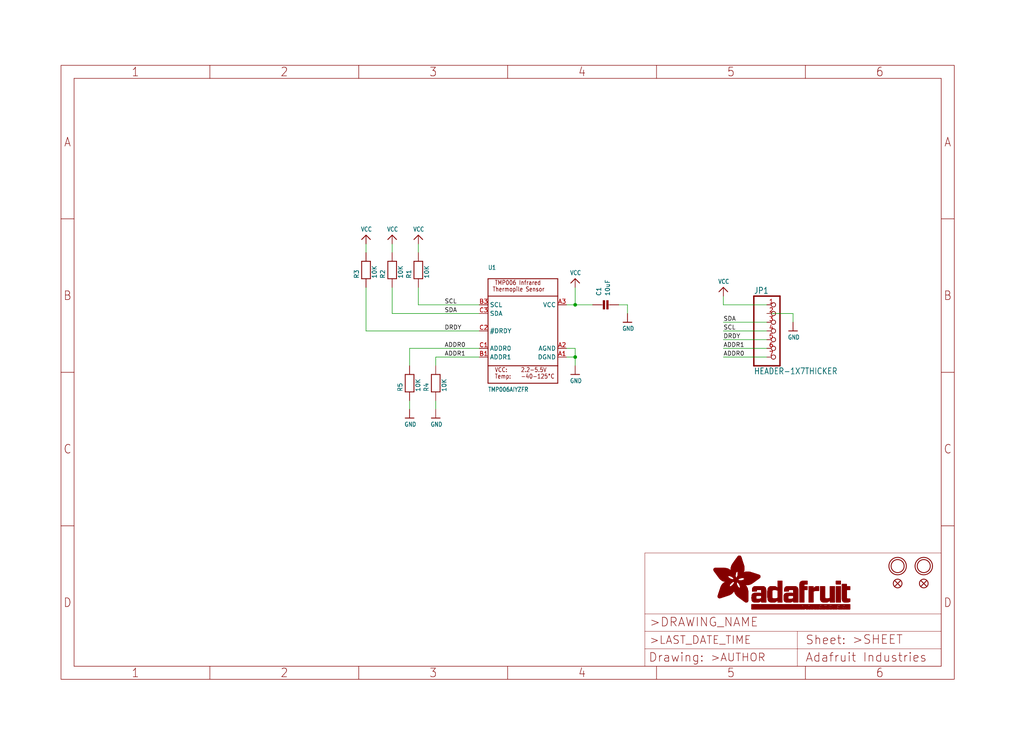
<source format=kicad_sch>
(kicad_sch (version 20211123) (generator eeschema)
  (paper "User" 298.45 217.881)
  (lib_symbols
    (symbol "schematicEagle-eagle-import:CAP_CERAMIC0805"
      (property "Reference" "C" (at 2.54 2.54 0))
      (property "Value" "CAP_CERAMIC0805" (at 2.54 0 0))
      (symbol "CAP_CERAMIC0805_1_0"
        (pin passive line (at 0 5.08 270) (length 2.54) (name "P$1") (number "1"))
        (pin passive line (at 0 -2.54 90) (length 2.54) (name "P$2") (number "2"))
      )
    )
    (symbol "schematicEagle-eagle-import:FIDUCIAL{dblquote}{dblquote}")
    (symbol "schematicEagle-eagle-import:FRAME_A4_ADAFRUIT"
      (symbol "FRAME_A4_ADAFRUIT_0_0"
        (text "1" (at 21.6958 1.905 0) (effects (font (size 2.54 2.286))))
        (text "1" (at 21.6958 177.165 0) (effects (font (size 2.54 2.286))))
        (text "2" (at 65.0875 1.905 0) (effects (font (size 2.54 2.286))))
        (text "2" (at 65.0875 177.165 0) (effects (font (size 2.54 2.286))))
        (text "3" (at 108.4792 1.905 0) (effects (font (size 2.54 2.286))))
        (text "3" (at 108.4792 177.165 0) (effects (font (size 2.54 2.286))))
        (text "4" (at 151.8708 1.905 0) (effects (font (size 2.54 2.286))))
        (text "4" (at 151.8708 177.165 0) (effects (font (size 2.54 2.286))))
        (text "5" (at 195.2625 1.905 0) (effects (font (size 2.54 2.286))))
        (text "5" (at 195.2625 177.165 0) (effects (font (size 2.54 2.286))))
        (text "6" (at 238.6542 1.905 0) (effects (font (size 2.54 2.286))))
        (text "6" (at 238.6542 177.165 0) (effects (font (size 2.54 2.286))))
        (text "A" (at 1.905 156.6863 0) (effects (font (size 2.54 2.286))))
        (text "A" (at 258.445 156.6863 0) (effects (font (size 2.54 2.286))))
        (text "B" (at 1.905 111.9188 0) (effects (font (size 2.54 2.286))))
        (text "B" (at 258.445 111.9188 0) (effects (font (size 2.54 2.286))))
        (text "C" (at 1.905 67.1513 0) (effects (font (size 2.54 2.286))))
        (text "C" (at 258.445 67.1513 0) (effects (font (size 2.54 2.286))))
        (text "D" (at 1.905 22.3838 0) (effects (font (size 2.54 2.286))))
        (text "D" (at 258.445 22.3838 0) (effects (font (size 2.54 2.286))))
      )
      (symbol "FRAME_A4_ADAFRUIT_1_0"
        (text ">AUTHOR" (at 189.23 5.08 0) (effects (font (size 2.286 2.286)) (justify left bottom)))
        (text ">DRAWING_NAME" (at 171.45 15.24 0) (effects (font (size 2.54 2.54)) (justify left bottom)))
        (text ">LAST_DATE_TIME" (at 171.45 10.16 0) (effects (font (size 2.286 2.286)) (justify left bottom)))
        (text ">SHEET" (at 230.505 10.16 0) (effects (font (size 2.54 2.54)) (justify left bottom)))
        (text "Adafruit Industries" (at 216.916 4.953 0) (effects (font (size 2.54 2.54)) (justify left bottom)))
        (text "Drawing:" (at 171.196 4.953 0) (effects (font (size 2.54 2.54)) (justify left bottom)))
        (text "Sheet:" (at 216.916 10.033 0) (effects (font (size 2.54 2.54)) (justify left bottom)))
      )
    )
    (symbol "schematicEagle-eagle-import:GND" (power)
      (property "Value" "GND" (at -1.524 -2.54 0))
      (symbol "GND_1_0"
        (pin power_in line (at 0 2.54 270) (length 2.54) (name "GND") (number "1"))
      )
    )
    (symbol "schematicEagle-eagle-import:HEADER-1X7THICKER"
      (property "Reference" "JP" (at -6.35 10.795 0))
      (property "Value" "HEADER-1X7THICKER" (at -6.35 -12.7 0))
      (symbol "HEADER-1X7THICKER_1_0"
        (pin passive inverted (at -2.54 7.62 0) (length 2.54) (name "1") (number "1"))
        (pin passive inverted (at -2.54 5.08 0) (length 2.54) (name "2") (number "2"))
        (pin passive inverted (at -2.54 2.54 0) (length 2.54) (name "3") (number "3"))
        (pin passive inverted (at -2.54 0 0) (length 2.54) (name "4") (number "4"))
        (pin passive inverted (at -2.54 -2.54 0) (length 2.54) (name "5") (number "5"))
        (pin passive inverted (at -2.54 -5.08 0) (length 2.54) (name "6") (number "6"))
        (pin passive inverted (at -2.54 -7.62 0) (length 2.54) (name "7") (number "7"))
      )
    )
    (symbol "schematicEagle-eagle-import:MOUNTINGHOLE2.5")
    (symbol "schematicEagle-eagle-import:RESISTOR0805"
      (property "Reference" "R" (at -2.54 2.032 0))
      (property "Value" "RESISTOR0805" (at -2.54 -3.175 0))
      (symbol "RESISTOR0805_1_0"
        (pin passive line (at -5.08 0 0) (length 2.54) (name "1") (number "1"))
        (pin passive line (at 5.08 0 180) (length 2.54) (name "2") (number "2"))
      )
    )
    (symbol "schematicEagle-eagle-import:TMP006"
      (property "Reference" "U" (at -10.16 17.78 0))
      (property "Value" "TMP006" (at -10.16 -17.78 0))
      (symbol "TMP006_1_0"
        (text "-40-125°C" (at -0.635 -13.97 0) (effects (font (size 1.27 1.0795)) (justify left bottom)))
        (text "2.2-5.5V" (at -0.635 -12.065 0) (effects (font (size 1.27 1.0795)) (justify left bottom)))
        (text "Temp:" (at -8.255 -13.97 0) (effects (font (size 1.27 1.0795)) (justify left bottom)))
        (text "Thermopile Sensor" (at -8.89 11.43 0) (effects (font (size 1.27 1.0795)) (justify left bottom)))
        (text "TMP006 Infrared" (at -8.255 13.335 0) (effects (font (size 1.27 1.0795)) (justify left bottom)))
        (text "VCC:" (at -8.255 -12.065 0) (effects (font (size 1.27 1.0795)) (justify left bottom)))
        (pin power_in line (at 12.7 -7.62 180) (length 2.54) (name "DGND") (number "A1"))
        (pin power_in line (at 12.7 -5.08 180) (length 2.54) (name "AGND") (number "A2"))
        (pin power_in line (at 12.7 7.62 180) (length 2.54) (name "VCC") (number "A3"))
        (pin input line (at -12.7 -7.62 0) (length 2.54) (name "ADDR1") (number "B1"))
        (pin input line (at -12.7 7.62 0) (length 2.54) (name "SCL") (number "B3"))
        (pin input line (at -12.7 -5.08 0) (length 2.54) (name "ADDR0") (number "C1"))
        (pin output line (at -12.7 0 0) (length 2.54) (name "#DRDY") (number "C2"))
        (pin bidirectional line (at -12.7 5.08 0) (length 2.54) (name "SDA") (number "C3"))
      )
    )
    (symbol "schematicEagle-eagle-import:VCC" (power)
      (property "Value" "VCC" (at -1.524 1.016 0))
      (symbol "VCC_1_0"
        (pin power_in line (at 0 -2.54 90) (length 2.54) (name "VCC") (number "1"))
      )
    )
  )
  (junction (at 167.64 88.9))
  (junction (at 167.64 104.14))
  (wire (pts (xy 223.52 104.14) (xy 210.82 104.14)))
  (wire (pts (xy 167.64 101.6) (xy 167.64 104.14)))
  (wire (pts (xy 114.3 71.12) (xy 114.3 73.66)))
  (wire (pts (xy 139.7 104.14) (xy 127 104.14)))
  (wire (pts (xy 223.52 88.9) (xy 210.82 88.9)))
  (wire (pts (xy 223.52 96.52) (xy 210.82 96.52)))
  (wire (pts (xy 182.88 88.9) (xy 182.88 91.44)))
  (wire (pts (xy 139.7 91.44) (xy 114.3 91.44)))
  (wire (pts (xy 180.34 88.9) (xy 182.88 88.9)))
  (wire (pts (xy 119.38 116.84) (xy 119.38 119.38)))
  (wire (pts (xy 139.7 96.52) (xy 106.68 96.52)))
  (wire (pts (xy 121.92 88.9) (xy 121.92 83.82)))
  (wire (pts (xy 167.64 104.14) (xy 167.64 106.68)))
  (wire (pts (xy 223.52 93.98) (xy 210.82 93.98)))
  (wire (pts (xy 223.52 99.06) (xy 210.82 99.06)))
  (wire (pts (xy 210.82 86.36) (xy 210.82 88.9)))
  (wire (pts (xy 127 116.84) (xy 127 119.38)))
  (wire (pts (xy 223.52 91.44) (xy 231.14 91.44)))
  (wire (pts (xy 121.92 71.12) (xy 121.92 73.66)))
  (wire (pts (xy 165.1 104.14) (xy 167.64 104.14)))
  (wire (pts (xy 165.1 101.6) (xy 167.64 101.6)))
  (wire (pts (xy 167.64 88.9) (xy 172.72 88.9)))
  (wire (pts (xy 231.14 91.44) (xy 231.14 93.98)))
  (wire (pts (xy 127 104.14) (xy 127 106.68)))
  (wire (pts (xy 106.68 96.52) (xy 106.68 83.82)))
  (wire (pts (xy 106.68 71.12) (xy 106.68 73.66)))
  (wire (pts (xy 139.7 88.9) (xy 121.92 88.9)))
  (wire (pts (xy 223.52 101.6) (xy 210.82 101.6)))
  (wire (pts (xy 165.1 88.9) (xy 167.64 88.9)))
  (wire (pts (xy 139.7 101.6) (xy 119.38 101.6)))
  (wire (pts (xy 114.3 91.44) (xy 114.3 83.82)))
  (wire (pts (xy 119.38 101.6) (xy 119.38 106.68)))
  (wire (pts (xy 167.64 88.9) (xy 167.64 83.82)))
  (label "ADDR1" (at 129.54 104.14 0) (effects (font (size 1.2446 1.2446))))
  (label "SDA" (at 210.82 93.98 0) (effects (font (size 1.2446 1.2446))))
  (label "ADDR0" (at 210.82 104.14 0) (effects (font (size 1.2446 1.2446))))
  (label "SCL" (at 210.82 96.52 0) (effects (font (size 1.2446 1.2446))))
  (label "SCL" (at 129.54 88.9 0) (effects (font (size 1.2446 1.2446))))
  (label "SDA" (at 129.54 91.44 0) (effects (font (size 1.2446 1.2446))))
  (label "ADDR0" (at 129.54 101.6 0) (effects (font (size 1.2446 1.2446))))
  (label "DRDY" (at 210.82 99.06 0) (effects (font (size 1.2446 1.2446))))
  (label "ADDR1" (at 210.82 101.6 0) (effects (font (size 1.2446 1.2446))))
  (label "DRDY" (at 129.54 96.52 0) (effects (font (size 1.2446 1.2446))))
  (symbol (lib_id "schematicEagle-eagle-import:RESISTOR0805") (at 119.38 111.76 90) (unit 1)
    (property "Reference" "R5" (at 117.348 114.3 0) (effects (justify left bottom)))
    (property "Value" "10K" (at 122.555 114.3 0) (effects (justify left bottom)))
    (property "Footprint" "schematicEagle:0805" (effects hide))
  )
  (symbol (lib_id "schematicEagle-eagle-import:HEADER-1X7THICKER") (at 226.06 96.52 0) (unit 1)
    (property "Reference" "JP1" (at 219.71 85.725 0) (effects (font (size 1.778 1.5113)) (justify left bottom)))
    (property "Value" "HEADER-1X7THICKER" (at 219.71 109.22 0) (effects (font (size 1.778 1.5113)) (justify left bottom)))
    (property "Footprint" "schematicEagle:1X07_ROUND_76" (effects hide))
  )
  (symbol (lib_id "schematicEagle-eagle-import:GND") (at 127 121.92 0) (unit 1)
    (property "Reference" "#U$4" (effects hide))
    (property "Value" "GND" (at 125.476 124.46 0) (effects (font (size 1.27 1.0795)) (justify left bottom)))
    (property "Footprint" "schematicEagle:" (effects hide))
  )
  (symbol (lib_id "schematicEagle-eagle-import:RESISTOR0805") (at 114.3 78.74 90) (unit 1)
    (property "Reference" "R2" (at 112.268 81.28 0) (effects (justify left bottom)))
    (property "Value" "10K" (at 117.475 81.28 0) (effects (justify left bottom)))
    (property "Footprint" "schematicEagle:0805" (effects hide))
  )
  (symbol (lib_id "schematicEagle-eagle-import:FIDUCIAL{dblquote}{dblquote}") (at 261.62 170.18 0) (unit 1)
    (property "Reference" "FID2" (effects hide))
    (property "Value" "FIDUCIAL{dblquote}{dblquote}" (effects hide))
    (property "Footprint" "schematicEagle:FIDUCIAL_1MM" (effects hide))
  )
  (symbol (lib_id "schematicEagle-eagle-import:RESISTOR0805") (at 106.68 78.74 90) (unit 1)
    (property "Reference" "R3" (at 104.648 81.28 0) (effects (justify left bottom)))
    (property "Value" "10K" (at 109.855 81.28 0) (effects (justify left bottom)))
    (property "Footprint" "schematicEagle:0805" (effects hide))
  )
  (symbol (lib_id "schematicEagle-eagle-import:TMP006") (at 152.4 96.52 0) (unit 1)
    (property "Reference" "U1" (at 142.24 78.74 0) (effects (font (size 1.27 1.0795)) (justify left bottom)))
    (property "Value" "TMP006AIYZFR" (at 142.24 114.3 0) (effects (font (size 1.27 1.0795)) (justify left bottom)))
    (property "Footprint" "schematicEagle:WCSP-8" (effects hide))
  )
  (symbol (lib_id "schematicEagle-eagle-import:FRAME_A4_ADAFRUIT") (at 17.78 198.12 0) (unit 1)
    (property "Reference" "#U$1" (effects hide))
    (property "Value" "FRAME_A4_ADAFRUIT" (effects hide))
    (property "Footprint" "schematicEagle:" (effects hide))
  )
  (symbol (lib_id "schematicEagle-eagle-import:VCC") (at 121.92 68.58 0) (unit 1)
    (property "Reference" "#P+2" (effects hide))
    (property "Value" "VCC" (at 120.396 67.564 0) (effects (font (size 1.27 1.0795)) (justify left bottom)))
    (property "Footprint" "schematicEagle:" (effects hide))
  )
  (symbol (lib_id "schematicEagle-eagle-import:GND") (at 182.88 93.98 0) (unit 1)
    (property "Reference" "#U$2" (effects hide))
    (property "Value" "GND" (at 181.356 96.52 0) (effects (font (size 1.27 1.0795)) (justify left bottom)))
    (property "Footprint" "schematicEagle:" (effects hide))
  )
  (symbol (lib_id "schematicEagle-eagle-import:CAP_CERAMIC0805") (at 177.8 88.9 90) (unit 1)
    (property "Reference" "C1" (at 175.26 86.36 0) (effects (justify left bottom)))
    (property "Value" "10uF" (at 177.8 86.36 0) (effects (justify left bottom)))
    (property "Footprint" "schematicEagle:0805" (effects hide))
  )
  (symbol (lib_id "schematicEagle-eagle-import:VCC") (at 210.82 83.82 0) (unit 1)
    (property "Reference" "#P+5" (effects hide))
    (property "Value" "VCC" (at 209.296 82.804 0) (effects (font (size 1.27 1.0795)) (justify left bottom)))
    (property "Footprint" "schematicEagle:" (effects hide))
  )
  (symbol (lib_id "schematicEagle-eagle-import:VCC") (at 106.68 68.58 0) (unit 1)
    (property "Reference" "#P+4" (effects hide))
    (property "Value" "VCC" (at 105.156 67.564 0) (effects (font (size 1.27 1.0795)) (justify left bottom)))
    (property "Footprint" "schematicEagle:" (effects hide))
  )
  (symbol (lib_id "schematicEagle-eagle-import:GND") (at 167.64 109.22 0) (unit 1)
    (property "Reference" "#U$3" (effects hide))
    (property "Value" "GND" (at 166.116 111.76 0) (effects (font (size 1.27 1.0795)) (justify left bottom)))
    (property "Footprint" "schematicEagle:" (effects hide))
  )
  (symbol (lib_id "schematicEagle-eagle-import:GND") (at 119.38 121.92 0) (unit 1)
    (property "Reference" "#U$5" (effects hide))
    (property "Value" "GND" (at 117.856 124.46 0) (effects (font (size 1.27 1.0795)) (justify left bottom)))
    (property "Footprint" "schematicEagle:" (effects hide))
  )
  (symbol (lib_id "schematicEagle-eagle-import:MOUNTINGHOLE2.5") (at 261.62 165.1 0) (unit 1)
    (property "Reference" "U$7" (effects hide))
    (property "Value" "MOUNTINGHOLE2.5" (effects hide))
    (property "Footprint" "schematicEagle:MOUNTINGHOLE_2.5_PLATED" (effects hide))
  )
  (symbol (lib_id "schematicEagle-eagle-import:VCC") (at 114.3 68.58 0) (unit 1)
    (property "Reference" "#P+1" (effects hide))
    (property "Value" "VCC" (at 112.776 67.564 0) (effects (font (size 1.27 1.0795)) (justify left bottom)))
    (property "Footprint" "schematicEagle:" (effects hide))
  )
  (symbol (lib_id "schematicEagle-eagle-import:RESISTOR0805") (at 127 111.76 90) (unit 1)
    (property "Reference" "R4" (at 124.968 114.3 0) (effects (justify left bottom)))
    (property "Value" "10K" (at 130.175 114.3 0) (effects (justify left bottom)))
    (property "Footprint" "schematicEagle:0805" (effects hide))
  )
  (symbol (lib_id "schematicEagle-eagle-import:GND") (at 231.14 96.52 0) (unit 1)
    (property "Reference" "#U$8" (effects hide))
    (property "Value" "GND" (at 229.616 99.06 0) (effects (font (size 1.27 1.0795)) (justify left bottom)))
    (property "Footprint" "schematicEagle:" (effects hide))
  )
  (symbol (lib_id "schematicEagle-eagle-import:FIDUCIAL{dblquote}{dblquote}") (at 269.24 170.18 0) (unit 1)
    (property "Reference" "FID1" (effects hide))
    (property "Value" "FIDUCIAL{dblquote}{dblquote}" (effects hide))
    (property "Footprint" "schematicEagle:FIDUCIAL_1MM" (effects hide))
  )
  (symbol (lib_id "schematicEagle-eagle-import:VCC") (at 167.64 81.28 0) (unit 1)
    (property "Reference" "#P+3" (effects hide))
    (property "Value" "VCC" (at 166.116 80.264 0) (effects (font (size 1.27 1.0795)) (justify left bottom)))
    (property "Footprint" "schematicEagle:" (effects hide))
  )
  (symbol (lib_id "schematicEagle-eagle-import:RESISTOR0805") (at 121.92 78.74 90) (unit 1)
    (property "Reference" "R1" (at 119.888 81.28 0) (effects (justify left bottom)))
    (property "Value" "10K" (at 125.095 81.28 0) (effects (justify left bottom)))
    (property "Footprint" "schematicEagle:0805" (effects hide))
  )
  (symbol (lib_id "schematicEagle-eagle-import:MOUNTINGHOLE2.5") (at 269.24 165.1 0) (unit 1)
    (property "Reference" "U$6" (effects hide))
    (property "Value" "MOUNTINGHOLE2.5" (effects hide))
    (property "Footprint" "schematicEagle:MOUNTINGHOLE_2.5_PLATED" (effects hide))
  )
)
</source>
